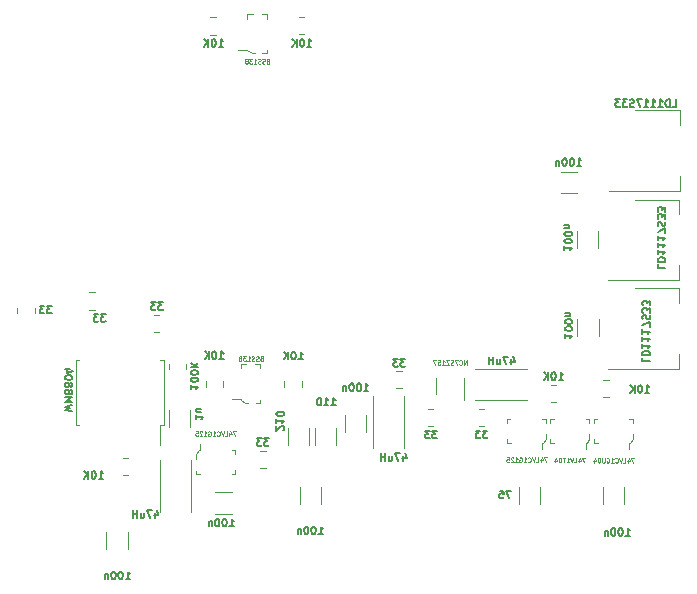
<source format=gbr>
%TF.GenerationSoftware,KiCad,Pcbnew,(5.1.7)-1*%
%TF.CreationDate,2021-08-01T21:01:40-07:00*%
%TF.ProjectId,I2SHat,49325348-6174-42e6-9b69-6361645f7063,rev?*%
%TF.SameCoordinates,Original*%
%TF.FileFunction,Legend,Bot*%
%TF.FilePolarity,Positive*%
%FSLAX46Y46*%
G04 Gerber Fmt 4.6, Leading zero omitted, Abs format (unit mm)*
G04 Created by KiCad (PCBNEW (5.1.7)-1) date 2021-08-01 21:01:40*
%MOMM*%
%LPD*%
G01*
G04 APERTURE LIST*
%ADD10C,0.127000*%
%ADD11C,0.076200*%
%ADD12C,0.100000*%
%ADD13C,0.120000*%
G04 APERTURE END LIST*
D10*
X76239309Y-88713128D02*
X76239309Y-89136461D01*
X76390500Y-88471223D02*
X76541690Y-88924795D01*
X76148595Y-88924795D01*
X75967166Y-88501461D02*
X75543833Y-88501461D01*
X75815976Y-89136461D01*
X75029785Y-88713128D02*
X75029785Y-89136461D01*
X75301928Y-88713128D02*
X75301928Y-89045747D01*
X75271690Y-89106223D01*
X75211214Y-89136461D01*
X75120500Y-89136461D01*
X75060023Y-89106223D01*
X75029785Y-89075985D01*
X74727404Y-89136461D02*
X74727404Y-88501461D01*
X74727404Y-88803842D02*
X74364547Y-88803842D01*
X74364547Y-89136461D02*
X74364547Y-88501461D01*
D11*
X85792128Y-50493385D02*
X85737700Y-50511528D01*
X85719557Y-50529671D01*
X85701414Y-50565957D01*
X85701414Y-50620385D01*
X85719557Y-50656671D01*
X85737700Y-50674814D01*
X85773985Y-50692957D01*
X85919128Y-50692957D01*
X85919128Y-50311957D01*
X85792128Y-50311957D01*
X85755842Y-50330100D01*
X85737700Y-50348242D01*
X85719557Y-50384528D01*
X85719557Y-50420814D01*
X85737700Y-50457100D01*
X85755842Y-50475242D01*
X85792128Y-50493385D01*
X85919128Y-50493385D01*
X85556271Y-50674814D02*
X85501842Y-50692957D01*
X85411128Y-50692957D01*
X85374842Y-50674814D01*
X85356700Y-50656671D01*
X85338557Y-50620385D01*
X85338557Y-50584100D01*
X85356700Y-50547814D01*
X85374842Y-50529671D01*
X85411128Y-50511528D01*
X85483700Y-50493385D01*
X85519985Y-50475242D01*
X85538128Y-50457100D01*
X85556271Y-50420814D01*
X85556271Y-50384528D01*
X85538128Y-50348242D01*
X85519985Y-50330100D01*
X85483700Y-50311957D01*
X85392985Y-50311957D01*
X85338557Y-50330100D01*
X85193414Y-50674814D02*
X85138985Y-50692957D01*
X85048271Y-50692957D01*
X85011985Y-50674814D01*
X84993842Y-50656671D01*
X84975700Y-50620385D01*
X84975700Y-50584100D01*
X84993842Y-50547814D01*
X85011985Y-50529671D01*
X85048271Y-50511528D01*
X85120842Y-50493385D01*
X85157128Y-50475242D01*
X85175271Y-50457100D01*
X85193414Y-50420814D01*
X85193414Y-50384528D01*
X85175271Y-50348242D01*
X85157128Y-50330100D01*
X85120842Y-50311957D01*
X85030128Y-50311957D01*
X84975700Y-50330100D01*
X84612842Y-50692957D02*
X84830557Y-50692957D01*
X84721700Y-50692957D02*
X84721700Y-50311957D01*
X84757985Y-50366385D01*
X84794271Y-50402671D01*
X84830557Y-50420814D01*
X84485842Y-50311957D02*
X84249985Y-50311957D01*
X84376985Y-50457100D01*
X84322557Y-50457100D01*
X84286271Y-50475242D01*
X84268128Y-50493385D01*
X84249985Y-50529671D01*
X84249985Y-50620385D01*
X84268128Y-50656671D01*
X84286271Y-50674814D01*
X84322557Y-50692957D01*
X84431414Y-50692957D01*
X84467700Y-50674814D01*
X84485842Y-50656671D01*
X84032271Y-50475242D02*
X84068557Y-50457100D01*
X84086700Y-50438957D01*
X84104842Y-50402671D01*
X84104842Y-50384528D01*
X84086700Y-50348242D01*
X84068557Y-50330100D01*
X84032271Y-50311957D01*
X83959700Y-50311957D01*
X83923414Y-50330100D01*
X83905271Y-50348242D01*
X83887128Y-50384528D01*
X83887128Y-50402671D01*
X83905271Y-50438957D01*
X83923414Y-50457100D01*
X83959700Y-50475242D01*
X84032271Y-50475242D01*
X84068557Y-50493385D01*
X84086700Y-50511528D01*
X84104842Y-50547814D01*
X84104842Y-50620385D01*
X84086700Y-50656671D01*
X84068557Y-50674814D01*
X84032271Y-50692957D01*
X83959700Y-50692957D01*
X83923414Y-50674814D01*
X83905271Y-50656671D01*
X83887128Y-50620385D01*
X83887128Y-50547814D01*
X83905271Y-50511528D01*
X83923414Y-50493385D01*
X83959700Y-50475242D01*
D10*
X111962595Y-59342261D02*
X112325452Y-59342261D01*
X112144023Y-59342261D02*
X112144023Y-58707261D01*
X112204500Y-58797976D01*
X112264976Y-58858452D01*
X112325452Y-58888690D01*
X111569500Y-58707261D02*
X111509023Y-58707261D01*
X111448547Y-58737500D01*
X111418309Y-58767738D01*
X111388071Y-58828214D01*
X111357833Y-58949166D01*
X111357833Y-59100357D01*
X111388071Y-59221309D01*
X111418309Y-59281785D01*
X111448547Y-59312023D01*
X111509023Y-59342261D01*
X111569500Y-59342261D01*
X111629976Y-59312023D01*
X111660214Y-59281785D01*
X111690452Y-59221309D01*
X111720690Y-59100357D01*
X111720690Y-58949166D01*
X111690452Y-58828214D01*
X111660214Y-58767738D01*
X111629976Y-58737500D01*
X111569500Y-58707261D01*
X110964738Y-58707261D02*
X110904261Y-58707261D01*
X110843785Y-58737500D01*
X110813547Y-58767738D01*
X110783309Y-58828214D01*
X110753071Y-58949166D01*
X110753071Y-59100357D01*
X110783309Y-59221309D01*
X110813547Y-59281785D01*
X110843785Y-59312023D01*
X110904261Y-59342261D01*
X110964738Y-59342261D01*
X111025214Y-59312023D01*
X111055452Y-59281785D01*
X111085690Y-59221309D01*
X111115928Y-59100357D01*
X111115928Y-58949166D01*
X111085690Y-58828214D01*
X111055452Y-58767738D01*
X111025214Y-58737500D01*
X110964738Y-58707261D01*
X110480928Y-58918928D02*
X110480928Y-59342261D01*
X110480928Y-58979404D02*
X110450690Y-58949166D01*
X110390214Y-58918928D01*
X110299500Y-58918928D01*
X110239023Y-58949166D01*
X110208785Y-59009642D01*
X110208785Y-59342261D01*
D11*
X116838185Y-84093957D02*
X116584185Y-84093957D01*
X116747471Y-84474957D01*
X116275757Y-84220957D02*
X116275757Y-84474957D01*
X116366471Y-84075814D02*
X116457185Y-84347957D01*
X116221328Y-84347957D01*
X115894757Y-84474957D02*
X116076185Y-84474957D01*
X116076185Y-84093957D01*
X115822185Y-84093957D02*
X115695185Y-84474957D01*
X115568185Y-84093957D01*
X115223471Y-84438671D02*
X115241614Y-84456814D01*
X115296042Y-84474957D01*
X115332328Y-84474957D01*
X115386757Y-84456814D01*
X115423042Y-84420528D01*
X115441185Y-84384242D01*
X115459328Y-84311671D01*
X115459328Y-84257242D01*
X115441185Y-84184671D01*
X115423042Y-84148385D01*
X115386757Y-84112100D01*
X115332328Y-84093957D01*
X115296042Y-84093957D01*
X115241614Y-84112100D01*
X115223471Y-84130242D01*
X114860614Y-84474957D02*
X115078328Y-84474957D01*
X114969471Y-84474957D02*
X114969471Y-84093957D01*
X115005757Y-84148385D01*
X115042042Y-84184671D01*
X115078328Y-84202814D01*
X114497757Y-84112100D02*
X114534042Y-84093957D01*
X114588471Y-84093957D01*
X114642900Y-84112100D01*
X114679185Y-84148385D01*
X114697328Y-84184671D01*
X114715471Y-84257242D01*
X114715471Y-84311671D01*
X114697328Y-84384242D01*
X114679185Y-84420528D01*
X114642900Y-84456814D01*
X114588471Y-84474957D01*
X114552185Y-84474957D01*
X114497757Y-84456814D01*
X114479614Y-84438671D01*
X114479614Y-84311671D01*
X114552185Y-84311671D01*
X114316328Y-84093957D02*
X114316328Y-84402385D01*
X114298185Y-84438671D01*
X114280042Y-84456814D01*
X114243757Y-84474957D01*
X114171185Y-84474957D01*
X114134900Y-84456814D01*
X114116757Y-84438671D01*
X114098614Y-84402385D01*
X114098614Y-84093957D01*
X113844614Y-84093957D02*
X113808328Y-84093957D01*
X113772042Y-84112100D01*
X113753900Y-84130242D01*
X113735757Y-84166528D01*
X113717614Y-84239100D01*
X113717614Y-84329814D01*
X113735757Y-84402385D01*
X113753900Y-84438671D01*
X113772042Y-84456814D01*
X113808328Y-84474957D01*
X113844614Y-84474957D01*
X113880900Y-84456814D01*
X113899042Y-84438671D01*
X113917185Y-84402385D01*
X113935328Y-84329814D01*
X113935328Y-84239100D01*
X113917185Y-84166528D01*
X113899042Y-84130242D01*
X113880900Y-84112100D01*
X113844614Y-84093957D01*
X113391042Y-84220957D02*
X113391042Y-84474957D01*
X113481757Y-84075814D02*
X113572471Y-84347957D01*
X113336614Y-84347957D01*
X112694357Y-84068557D02*
X112440357Y-84068557D01*
X112603642Y-84449557D01*
X112131928Y-84195557D02*
X112131928Y-84449557D01*
X112222642Y-84050414D02*
X112313357Y-84322557D01*
X112077500Y-84322557D01*
X111750928Y-84449557D02*
X111932357Y-84449557D01*
X111932357Y-84068557D01*
X111678357Y-84068557D02*
X111551357Y-84449557D01*
X111424357Y-84068557D01*
X111097785Y-84449557D02*
X111315500Y-84449557D01*
X111206642Y-84449557D02*
X111206642Y-84068557D01*
X111242928Y-84122985D01*
X111279214Y-84159271D01*
X111315500Y-84177414D01*
X110988928Y-84068557D02*
X110771214Y-84068557D01*
X110880071Y-84449557D02*
X110880071Y-84068557D01*
X110571642Y-84068557D02*
X110535357Y-84068557D01*
X110499071Y-84086700D01*
X110480928Y-84104842D01*
X110462785Y-84141128D01*
X110444642Y-84213700D01*
X110444642Y-84304414D01*
X110462785Y-84376985D01*
X110480928Y-84413271D01*
X110499071Y-84431414D01*
X110535357Y-84449557D01*
X110571642Y-84449557D01*
X110607928Y-84431414D01*
X110626071Y-84413271D01*
X110644214Y-84376985D01*
X110662357Y-84304414D01*
X110662357Y-84213700D01*
X110644214Y-84141128D01*
X110626071Y-84104842D01*
X110607928Y-84086700D01*
X110571642Y-84068557D01*
X110118071Y-84195557D02*
X110118071Y-84449557D01*
X110208785Y-84050414D02*
X110299500Y-84322557D01*
X110063642Y-84322557D01*
X109454042Y-84043157D02*
X109200042Y-84043157D01*
X109363328Y-84424157D01*
X108891614Y-84170157D02*
X108891614Y-84424157D01*
X108982328Y-84025014D02*
X109073042Y-84297157D01*
X108837185Y-84297157D01*
X108510614Y-84424157D02*
X108692042Y-84424157D01*
X108692042Y-84043157D01*
X108438042Y-84043157D02*
X108311042Y-84424157D01*
X108184042Y-84043157D01*
X107839328Y-84387871D02*
X107857471Y-84406014D01*
X107911900Y-84424157D01*
X107948185Y-84424157D01*
X108002614Y-84406014D01*
X108038900Y-84369728D01*
X108057042Y-84333442D01*
X108075185Y-84260871D01*
X108075185Y-84206442D01*
X108057042Y-84133871D01*
X108038900Y-84097585D01*
X108002614Y-84061300D01*
X107948185Y-84043157D01*
X107911900Y-84043157D01*
X107857471Y-84061300D01*
X107839328Y-84079442D01*
X107476471Y-84424157D02*
X107694185Y-84424157D01*
X107585328Y-84424157D02*
X107585328Y-84043157D01*
X107621614Y-84097585D01*
X107657900Y-84133871D01*
X107694185Y-84152014D01*
X107113614Y-84061300D02*
X107149900Y-84043157D01*
X107204328Y-84043157D01*
X107258757Y-84061300D01*
X107295042Y-84097585D01*
X107313185Y-84133871D01*
X107331328Y-84206442D01*
X107331328Y-84260871D01*
X107313185Y-84333442D01*
X107295042Y-84369728D01*
X107258757Y-84406014D01*
X107204328Y-84424157D01*
X107168042Y-84424157D01*
X107113614Y-84406014D01*
X107095471Y-84387871D01*
X107095471Y-84260871D01*
X107168042Y-84260871D01*
X106732614Y-84424157D02*
X106950328Y-84424157D01*
X106841471Y-84424157D02*
X106841471Y-84043157D01*
X106877757Y-84097585D01*
X106914042Y-84133871D01*
X106950328Y-84152014D01*
X106587471Y-84079442D02*
X106569328Y-84061300D01*
X106533042Y-84043157D01*
X106442328Y-84043157D01*
X106406042Y-84061300D01*
X106387900Y-84079442D01*
X106369757Y-84115728D01*
X106369757Y-84152014D01*
X106387900Y-84206442D01*
X106605614Y-84424157D01*
X106369757Y-84424157D01*
X106025042Y-84043157D02*
X106206471Y-84043157D01*
X106224614Y-84224585D01*
X106206471Y-84206442D01*
X106170185Y-84188300D01*
X106079471Y-84188300D01*
X106043185Y-84206442D01*
X106025042Y-84224585D01*
X106006900Y-84260871D01*
X106006900Y-84351585D01*
X106025042Y-84387871D01*
X106043185Y-84406014D01*
X106079471Y-84424157D01*
X106170185Y-84424157D01*
X106206471Y-84406014D01*
X106224614Y-84387871D01*
D10*
X116077395Y-90660461D02*
X116440252Y-90660461D01*
X116258823Y-90660461D02*
X116258823Y-90025461D01*
X116319300Y-90116176D01*
X116379776Y-90176652D01*
X116440252Y-90206890D01*
X115684300Y-90025461D02*
X115623823Y-90025461D01*
X115563347Y-90055700D01*
X115533109Y-90085938D01*
X115502871Y-90146414D01*
X115472633Y-90267366D01*
X115472633Y-90418557D01*
X115502871Y-90539509D01*
X115533109Y-90599985D01*
X115563347Y-90630223D01*
X115623823Y-90660461D01*
X115684300Y-90660461D01*
X115744776Y-90630223D01*
X115775014Y-90599985D01*
X115805252Y-90539509D01*
X115835490Y-90418557D01*
X115835490Y-90267366D01*
X115805252Y-90146414D01*
X115775014Y-90085938D01*
X115744776Y-90055700D01*
X115684300Y-90025461D01*
X115079538Y-90025461D02*
X115019061Y-90025461D01*
X114958585Y-90055700D01*
X114928347Y-90085938D01*
X114898109Y-90146414D01*
X114867871Y-90267366D01*
X114867871Y-90418557D01*
X114898109Y-90539509D01*
X114928347Y-90599985D01*
X114958585Y-90630223D01*
X115019061Y-90660461D01*
X115079538Y-90660461D01*
X115140014Y-90630223D01*
X115170252Y-90599985D01*
X115200490Y-90539509D01*
X115230728Y-90418557D01*
X115230728Y-90267366D01*
X115200490Y-90146414D01*
X115170252Y-90085938D01*
X115140014Y-90055700D01*
X115079538Y-90025461D01*
X114595728Y-90237128D02*
X114595728Y-90660461D01*
X114595728Y-90297604D02*
X114565490Y-90267366D01*
X114505014Y-90237128D01*
X114414300Y-90237128D01*
X114353823Y-90267366D01*
X114323585Y-90327842D01*
X114323585Y-90660461D01*
X106406647Y-86850461D02*
X105983314Y-86850461D01*
X106255457Y-87485461D01*
X105439028Y-86850461D02*
X105741409Y-86850461D01*
X105771647Y-87152842D01*
X105741409Y-87122604D01*
X105680933Y-87092366D01*
X105529742Y-87092366D01*
X105469266Y-87122604D01*
X105439028Y-87152842D01*
X105408790Y-87213319D01*
X105408790Y-87364509D01*
X105439028Y-87424985D01*
X105469266Y-87455223D01*
X105529742Y-87485461D01*
X105680933Y-87485461D01*
X105741409Y-87455223D01*
X105771647Y-87424985D01*
X117735652Y-78570061D02*
X118098509Y-78570061D01*
X117917080Y-78570061D02*
X117917080Y-77935061D01*
X117977557Y-78025776D01*
X118038033Y-78086252D01*
X118098509Y-78116490D01*
X117342557Y-77935061D02*
X117282080Y-77935061D01*
X117221604Y-77965300D01*
X117191366Y-77995538D01*
X117161128Y-78056014D01*
X117130890Y-78176966D01*
X117130890Y-78328157D01*
X117161128Y-78449109D01*
X117191366Y-78509585D01*
X117221604Y-78539823D01*
X117282080Y-78570061D01*
X117342557Y-78570061D01*
X117403033Y-78539823D01*
X117433271Y-78509585D01*
X117463509Y-78449109D01*
X117493747Y-78328157D01*
X117493747Y-78176966D01*
X117463509Y-78056014D01*
X117433271Y-77995538D01*
X117403033Y-77965300D01*
X117342557Y-77935061D01*
X116858747Y-78570061D02*
X116858747Y-77935061D01*
X116495890Y-78570061D02*
X116768033Y-78207204D01*
X116495890Y-77935061D02*
X116858747Y-78297919D01*
X110420452Y-77477861D02*
X110783309Y-77477861D01*
X110601880Y-77477861D02*
X110601880Y-76842861D01*
X110662357Y-76933576D01*
X110722833Y-76994052D01*
X110783309Y-77024290D01*
X110027357Y-76842861D02*
X109966880Y-76842861D01*
X109906404Y-76873100D01*
X109876166Y-76903338D01*
X109845928Y-76963814D01*
X109815690Y-77084766D01*
X109815690Y-77235957D01*
X109845928Y-77356909D01*
X109876166Y-77417385D01*
X109906404Y-77447623D01*
X109966880Y-77477861D01*
X110027357Y-77477861D01*
X110087833Y-77447623D01*
X110118071Y-77417385D01*
X110148309Y-77356909D01*
X110178547Y-77235957D01*
X110178547Y-77084766D01*
X110148309Y-76963814D01*
X110118071Y-76903338D01*
X110087833Y-76873100D01*
X110027357Y-76842861D01*
X109543547Y-77477861D02*
X109543547Y-76842861D01*
X109180690Y-77477861D02*
X109452833Y-77115004D01*
X109180690Y-76842861D02*
X109543547Y-77205719D01*
X104400047Y-81770461D02*
X104006952Y-81770461D01*
X104218619Y-82012366D01*
X104127904Y-82012366D01*
X104067428Y-82042604D01*
X104037190Y-82072842D01*
X104006952Y-82133319D01*
X104006952Y-82284509D01*
X104037190Y-82344985D01*
X104067428Y-82375223D01*
X104127904Y-82405461D01*
X104309333Y-82405461D01*
X104369809Y-82375223D01*
X104400047Y-82344985D01*
X103795285Y-81770461D02*
X103402190Y-81770461D01*
X103613857Y-82012366D01*
X103523142Y-82012366D01*
X103462666Y-82042604D01*
X103432428Y-82072842D01*
X103402190Y-82133319D01*
X103402190Y-82284509D01*
X103432428Y-82344985D01*
X103462666Y-82375223D01*
X103523142Y-82405461D01*
X103704571Y-82405461D01*
X103765047Y-82375223D01*
X103795285Y-82344985D01*
X106389109Y-75733728D02*
X106389109Y-76157061D01*
X106540300Y-75491823D02*
X106691490Y-75945395D01*
X106298395Y-75945395D01*
X106116966Y-75522061D02*
X105693633Y-75522061D01*
X105965776Y-76157061D01*
X105179585Y-75733728D02*
X105179585Y-76157061D01*
X105451728Y-75733728D02*
X105451728Y-76066347D01*
X105421490Y-76126823D01*
X105361014Y-76157061D01*
X105270300Y-76157061D01*
X105209823Y-76126823D01*
X105179585Y-76096585D01*
X104877204Y-76157061D02*
X104877204Y-75522061D01*
X104877204Y-75824442D02*
X104514347Y-75824442D01*
X104514347Y-76157061D02*
X104514347Y-75522061D01*
D11*
X102632328Y-76194557D02*
X102632328Y-75813557D01*
X102414614Y-76194557D01*
X102414614Y-75813557D01*
X102015471Y-76158271D02*
X102033614Y-76176414D01*
X102088042Y-76194557D01*
X102124328Y-76194557D01*
X102178757Y-76176414D01*
X102215042Y-76140128D01*
X102233185Y-76103842D01*
X102251328Y-76031271D01*
X102251328Y-75976842D01*
X102233185Y-75904271D01*
X102215042Y-75867985D01*
X102178757Y-75831700D01*
X102124328Y-75813557D01*
X102088042Y-75813557D01*
X102033614Y-75831700D01*
X102015471Y-75849842D01*
X101888471Y-75813557D02*
X101634471Y-75813557D01*
X101797757Y-76194557D01*
X101507471Y-76176414D02*
X101453042Y-76194557D01*
X101362328Y-76194557D01*
X101326042Y-76176414D01*
X101307900Y-76158271D01*
X101289757Y-76121985D01*
X101289757Y-76085700D01*
X101307900Y-76049414D01*
X101326042Y-76031271D01*
X101362328Y-76013128D01*
X101434900Y-75994985D01*
X101471185Y-75976842D01*
X101489328Y-75958700D01*
X101507471Y-75922414D01*
X101507471Y-75886128D01*
X101489328Y-75849842D01*
X101471185Y-75831700D01*
X101434900Y-75813557D01*
X101344185Y-75813557D01*
X101289757Y-75831700D01*
X101162757Y-75813557D02*
X100908757Y-75813557D01*
X101162757Y-76194557D01*
X100908757Y-76194557D01*
X100564042Y-76194557D02*
X100781757Y-76194557D01*
X100672900Y-76194557D02*
X100672900Y-75813557D01*
X100709185Y-75867985D01*
X100745471Y-75904271D01*
X100781757Y-75922414D01*
X100219328Y-75813557D02*
X100400757Y-75813557D01*
X100418900Y-75994985D01*
X100400757Y-75976842D01*
X100364471Y-75958700D01*
X100273757Y-75958700D01*
X100237471Y-75976842D01*
X100219328Y-75994985D01*
X100201185Y-76031271D01*
X100201185Y-76121985D01*
X100219328Y-76158271D01*
X100237471Y-76176414D01*
X100273757Y-76194557D01*
X100364471Y-76194557D01*
X100400757Y-76176414D01*
X100418900Y-76158271D01*
X100074185Y-75813557D02*
X99820185Y-75813557D01*
X99983471Y-76194557D01*
D10*
X100132847Y-81795861D02*
X99739752Y-81795861D01*
X99951419Y-82037766D01*
X99860704Y-82037766D01*
X99800228Y-82068004D01*
X99769990Y-82098242D01*
X99739752Y-82158719D01*
X99739752Y-82309909D01*
X99769990Y-82370385D01*
X99800228Y-82400623D01*
X99860704Y-82430861D01*
X100042133Y-82430861D01*
X100102609Y-82400623D01*
X100132847Y-82370385D01*
X99528085Y-81795861D02*
X99134990Y-81795861D01*
X99346657Y-82037766D01*
X99255942Y-82037766D01*
X99195466Y-82068004D01*
X99165228Y-82098242D01*
X99134990Y-82158719D01*
X99134990Y-82309909D01*
X99165228Y-82370385D01*
X99195466Y-82400623D01*
X99255942Y-82430861D01*
X99437371Y-82430861D01*
X99497847Y-82400623D01*
X99528085Y-82370385D01*
X97270509Y-83887128D02*
X97270509Y-84310461D01*
X97421700Y-83645223D02*
X97572890Y-84098795D01*
X97179795Y-84098795D01*
X96998366Y-83675461D02*
X96575033Y-83675461D01*
X96847176Y-84310461D01*
X96060985Y-83887128D02*
X96060985Y-84310461D01*
X96333128Y-83887128D02*
X96333128Y-84219747D01*
X96302890Y-84280223D01*
X96242414Y-84310461D01*
X96151700Y-84310461D01*
X96091223Y-84280223D01*
X96060985Y-84249985D01*
X95758604Y-84310461D02*
X95758604Y-83675461D01*
X95758604Y-83977842D02*
X95395747Y-83977842D01*
X95395747Y-84310461D02*
X95395747Y-83675461D01*
X97415047Y-75725261D02*
X97021952Y-75725261D01*
X97233619Y-75967166D01*
X97142904Y-75967166D01*
X97082428Y-75997404D01*
X97052190Y-76027642D01*
X97021952Y-76088119D01*
X97021952Y-76239309D01*
X97052190Y-76299785D01*
X97082428Y-76330023D01*
X97142904Y-76360261D01*
X97324333Y-76360261D01*
X97384809Y-76330023D01*
X97415047Y-76299785D01*
X96810285Y-75725261D02*
X96417190Y-75725261D01*
X96628857Y-75967166D01*
X96538142Y-75967166D01*
X96477666Y-75997404D01*
X96447428Y-76027642D01*
X96417190Y-76088119D01*
X96417190Y-76239309D01*
X96447428Y-76299785D01*
X96477666Y-76330023D01*
X96538142Y-76360261D01*
X96719571Y-76360261D01*
X96780047Y-76330023D01*
X96810285Y-76299785D01*
D11*
X83114242Y-81833357D02*
X82860242Y-81833357D01*
X83023528Y-82214357D01*
X82551814Y-81960357D02*
X82551814Y-82214357D01*
X82642528Y-81815214D02*
X82733242Y-82087357D01*
X82497385Y-82087357D01*
X82170814Y-82214357D02*
X82352242Y-82214357D01*
X82352242Y-81833357D01*
X82098242Y-81833357D02*
X81971242Y-82214357D01*
X81844242Y-81833357D01*
X81499528Y-82178071D02*
X81517671Y-82196214D01*
X81572100Y-82214357D01*
X81608385Y-82214357D01*
X81662814Y-82196214D01*
X81699100Y-82159928D01*
X81717242Y-82123642D01*
X81735385Y-82051071D01*
X81735385Y-81996642D01*
X81717242Y-81924071D01*
X81699100Y-81887785D01*
X81662814Y-81851500D01*
X81608385Y-81833357D01*
X81572100Y-81833357D01*
X81517671Y-81851500D01*
X81499528Y-81869642D01*
X81136671Y-82214357D02*
X81354385Y-82214357D01*
X81245528Y-82214357D02*
X81245528Y-81833357D01*
X81281814Y-81887785D01*
X81318100Y-81924071D01*
X81354385Y-81942214D01*
X80773814Y-81851500D02*
X80810100Y-81833357D01*
X80864528Y-81833357D01*
X80918957Y-81851500D01*
X80955242Y-81887785D01*
X80973385Y-81924071D01*
X80991528Y-81996642D01*
X80991528Y-82051071D01*
X80973385Y-82123642D01*
X80955242Y-82159928D01*
X80918957Y-82196214D01*
X80864528Y-82214357D01*
X80828242Y-82214357D01*
X80773814Y-82196214D01*
X80755671Y-82178071D01*
X80755671Y-82051071D01*
X80828242Y-82051071D01*
X80392814Y-82214357D02*
X80610528Y-82214357D01*
X80501671Y-82214357D02*
X80501671Y-81833357D01*
X80537957Y-81887785D01*
X80574242Y-81924071D01*
X80610528Y-81942214D01*
X80247671Y-81869642D02*
X80229528Y-81851500D01*
X80193242Y-81833357D01*
X80102528Y-81833357D01*
X80066242Y-81851500D01*
X80048100Y-81869642D01*
X80029957Y-81905928D01*
X80029957Y-81942214D01*
X80048100Y-81996642D01*
X80265814Y-82214357D01*
X80029957Y-82214357D01*
X79685242Y-81833357D02*
X79866671Y-81833357D01*
X79884814Y-82014785D01*
X79866671Y-81996642D01*
X79830385Y-81978500D01*
X79739671Y-81978500D01*
X79703385Y-81996642D01*
X79685242Y-82014785D01*
X79667100Y-82051071D01*
X79667100Y-82141785D01*
X79685242Y-82178071D01*
X79703385Y-82196214D01*
X79739671Y-82214357D01*
X79830385Y-82214357D01*
X79866671Y-82196214D01*
X79884814Y-82178071D01*
D10*
X73760995Y-94343461D02*
X74123852Y-94343461D01*
X73942423Y-94343461D02*
X73942423Y-93708461D01*
X74002900Y-93799176D01*
X74063376Y-93859652D01*
X74123852Y-93889890D01*
X73367900Y-93708461D02*
X73307423Y-93708461D01*
X73246947Y-93738700D01*
X73216709Y-93768938D01*
X73186471Y-93829414D01*
X73156233Y-93950366D01*
X73156233Y-94101557D01*
X73186471Y-94222509D01*
X73216709Y-94282985D01*
X73246947Y-94313223D01*
X73307423Y-94343461D01*
X73367900Y-94343461D01*
X73428376Y-94313223D01*
X73458614Y-94282985D01*
X73488852Y-94222509D01*
X73519090Y-94101557D01*
X73519090Y-93950366D01*
X73488852Y-93829414D01*
X73458614Y-93768938D01*
X73428376Y-93738700D01*
X73367900Y-93708461D01*
X72763138Y-93708461D02*
X72702661Y-93708461D01*
X72642185Y-93738700D01*
X72611947Y-93768938D01*
X72581709Y-93829414D01*
X72551471Y-93950366D01*
X72551471Y-94101557D01*
X72581709Y-94222509D01*
X72611947Y-94282985D01*
X72642185Y-94313223D01*
X72702661Y-94343461D01*
X72763138Y-94343461D01*
X72823614Y-94313223D01*
X72853852Y-94282985D01*
X72884090Y-94222509D01*
X72914328Y-94101557D01*
X72914328Y-93950366D01*
X72884090Y-93829414D01*
X72853852Y-93768938D01*
X72823614Y-93738700D01*
X72763138Y-93708461D01*
X72279328Y-93920128D02*
X72279328Y-94343461D01*
X72279328Y-93980604D02*
X72249090Y-93950366D01*
X72188614Y-93920128D01*
X72097900Y-93920128D01*
X72037423Y-93950366D01*
X72007185Y-94010842D01*
X72007185Y-94343461D01*
X71482252Y-85834461D02*
X71845109Y-85834461D01*
X71663680Y-85834461D02*
X71663680Y-85199461D01*
X71724157Y-85290176D01*
X71784633Y-85350652D01*
X71845109Y-85380890D01*
X71089157Y-85199461D02*
X71028680Y-85199461D01*
X70968204Y-85229700D01*
X70937966Y-85259938D01*
X70907728Y-85320414D01*
X70877490Y-85441366D01*
X70877490Y-85592557D01*
X70907728Y-85713509D01*
X70937966Y-85773985D01*
X70968204Y-85804223D01*
X71028680Y-85834461D01*
X71089157Y-85834461D01*
X71149633Y-85804223D01*
X71179871Y-85773985D01*
X71210109Y-85713509D01*
X71240347Y-85592557D01*
X71240347Y-85441366D01*
X71210109Y-85320414D01*
X71179871Y-85259938D01*
X71149633Y-85229700D01*
X71089157Y-85199461D01*
X70605347Y-85834461D02*
X70605347Y-85199461D01*
X70242490Y-85834461D02*
X70514633Y-85471604D01*
X70242490Y-85199461D02*
X70605347Y-85562319D01*
X67493847Y-71204061D02*
X67100752Y-71204061D01*
X67312419Y-71445966D01*
X67221704Y-71445966D01*
X67161228Y-71476204D01*
X67130990Y-71506442D01*
X67100752Y-71566919D01*
X67100752Y-71718109D01*
X67130990Y-71778585D01*
X67161228Y-71808823D01*
X67221704Y-71839061D01*
X67403133Y-71839061D01*
X67463609Y-71808823D01*
X67493847Y-71778585D01*
X66889085Y-71204061D02*
X66495990Y-71204061D01*
X66707657Y-71445966D01*
X66616942Y-71445966D01*
X66556466Y-71476204D01*
X66526228Y-71506442D01*
X66495990Y-71566919D01*
X66495990Y-71718109D01*
X66526228Y-71778585D01*
X66556466Y-71808823D01*
X66616942Y-71839061D01*
X66798371Y-71839061D01*
X66858847Y-71808823D01*
X66889085Y-71778585D01*
X72065847Y-71915261D02*
X71672752Y-71915261D01*
X71884419Y-72157166D01*
X71793704Y-72157166D01*
X71733228Y-72187404D01*
X71702990Y-72217642D01*
X71672752Y-72278119D01*
X71672752Y-72429309D01*
X71702990Y-72489785D01*
X71733228Y-72520023D01*
X71793704Y-72550261D01*
X71975133Y-72550261D01*
X72035609Y-72520023D01*
X72065847Y-72489785D01*
X71461085Y-71915261D02*
X71067990Y-71915261D01*
X71279657Y-72157166D01*
X71188942Y-72157166D01*
X71128466Y-72187404D01*
X71098228Y-72217642D01*
X71067990Y-72278119D01*
X71067990Y-72429309D01*
X71098228Y-72489785D01*
X71128466Y-72520023D01*
X71188942Y-72550261D01*
X71370371Y-72550261D01*
X71430847Y-72520023D01*
X71461085Y-72489785D01*
X76917247Y-70924661D02*
X76524152Y-70924661D01*
X76735819Y-71166566D01*
X76645104Y-71166566D01*
X76584628Y-71196804D01*
X76554390Y-71227042D01*
X76524152Y-71287519D01*
X76524152Y-71438709D01*
X76554390Y-71499185D01*
X76584628Y-71529423D01*
X76645104Y-71559661D01*
X76826533Y-71559661D01*
X76887009Y-71529423D01*
X76917247Y-71499185D01*
X76312485Y-70924661D02*
X75919390Y-70924661D01*
X76131057Y-71166566D01*
X76040342Y-71166566D01*
X75979866Y-71196804D01*
X75949628Y-71227042D01*
X75919390Y-71287519D01*
X75919390Y-71438709D01*
X75949628Y-71499185D01*
X75979866Y-71529423D01*
X76040342Y-71559661D01*
X76221771Y-71559661D01*
X76282247Y-71529423D01*
X76312485Y-71499185D01*
X82549395Y-89873061D02*
X82912252Y-89873061D01*
X82730823Y-89873061D02*
X82730823Y-89238061D01*
X82791300Y-89328776D01*
X82851776Y-89389252D01*
X82912252Y-89419490D01*
X82156300Y-89238061D02*
X82095823Y-89238061D01*
X82035347Y-89268300D01*
X82005109Y-89298538D01*
X81974871Y-89359014D01*
X81944633Y-89479966D01*
X81944633Y-89631157D01*
X81974871Y-89752109D01*
X82005109Y-89812585D01*
X82035347Y-89842823D01*
X82095823Y-89873061D01*
X82156300Y-89873061D01*
X82216776Y-89842823D01*
X82247014Y-89812585D01*
X82277252Y-89752109D01*
X82307490Y-89631157D01*
X82307490Y-89479966D01*
X82277252Y-89359014D01*
X82247014Y-89298538D01*
X82216776Y-89268300D01*
X82156300Y-89238061D01*
X81551538Y-89238061D02*
X81491061Y-89238061D01*
X81430585Y-89268300D01*
X81400347Y-89298538D01*
X81370109Y-89359014D01*
X81339871Y-89479966D01*
X81339871Y-89631157D01*
X81370109Y-89752109D01*
X81400347Y-89812585D01*
X81430585Y-89842823D01*
X81491061Y-89873061D01*
X81551538Y-89873061D01*
X81612014Y-89842823D01*
X81642252Y-89812585D01*
X81672490Y-89752109D01*
X81702728Y-89631157D01*
X81702728Y-89479966D01*
X81672490Y-89359014D01*
X81642252Y-89298538D01*
X81612014Y-89268300D01*
X81551538Y-89238061D01*
X81067728Y-89449728D02*
X81067728Y-89873061D01*
X81067728Y-89510204D02*
X81037490Y-89479966D01*
X80977014Y-89449728D01*
X80886300Y-89449728D01*
X80825823Y-89479966D01*
X80795585Y-89540442D01*
X80795585Y-89873061D01*
X85883447Y-82430861D02*
X85490352Y-82430861D01*
X85702019Y-82672766D01*
X85611304Y-82672766D01*
X85550828Y-82703004D01*
X85520590Y-82733242D01*
X85490352Y-82793719D01*
X85490352Y-82944909D01*
X85520590Y-83005385D01*
X85550828Y-83035623D01*
X85611304Y-83065861D01*
X85792733Y-83065861D01*
X85853209Y-83035623D01*
X85883447Y-83005385D01*
X85278685Y-82430861D02*
X84885590Y-82430861D01*
X85097257Y-82672766D01*
X85006542Y-82672766D01*
X84946066Y-82703004D01*
X84915828Y-82733242D01*
X84885590Y-82793719D01*
X84885590Y-82944909D01*
X84915828Y-83005385D01*
X84946066Y-83035623D01*
X85006542Y-83065861D01*
X85187971Y-83065861D01*
X85248447Y-83035623D01*
X85278685Y-83005385D01*
X87104461Y-81735990D02*
X87134700Y-81705752D01*
X87164938Y-81645276D01*
X87164938Y-81494085D01*
X87134700Y-81433609D01*
X87104461Y-81403371D01*
X87043985Y-81373133D01*
X86983509Y-81373133D01*
X86892795Y-81403371D01*
X86529938Y-81766228D01*
X86529938Y-81373133D01*
X86529938Y-80768371D02*
X86529938Y-81131228D01*
X86529938Y-80949800D02*
X87164938Y-80949800D01*
X87074223Y-81010276D01*
X87013747Y-81070752D01*
X86983509Y-81131228D01*
X87164938Y-80375276D02*
X87164938Y-80314800D01*
X87134700Y-80254323D01*
X87104461Y-80224085D01*
X87043985Y-80193847D01*
X86923033Y-80163609D01*
X86771842Y-80163609D01*
X86650890Y-80193847D01*
X86590414Y-80224085D01*
X86560176Y-80254323D01*
X86529938Y-80314800D01*
X86529938Y-80375276D01*
X86560176Y-80435752D01*
X86590414Y-80465990D01*
X86650890Y-80496228D01*
X86771842Y-80526466D01*
X86923033Y-80526466D01*
X87043985Y-80496228D01*
X87104461Y-80465990D01*
X87134700Y-80435752D01*
X87164938Y-80375276D01*
X81693052Y-75699861D02*
X82055909Y-75699861D01*
X81874480Y-75699861D02*
X81874480Y-75064861D01*
X81934957Y-75155576D01*
X81995433Y-75216052D01*
X82055909Y-75246290D01*
X81299957Y-75064861D02*
X81239480Y-75064861D01*
X81179004Y-75095100D01*
X81148766Y-75125338D01*
X81118528Y-75185814D01*
X81088290Y-75306766D01*
X81088290Y-75457957D01*
X81118528Y-75578909D01*
X81148766Y-75639385D01*
X81179004Y-75669623D01*
X81239480Y-75699861D01*
X81299957Y-75699861D01*
X81360433Y-75669623D01*
X81390671Y-75639385D01*
X81420909Y-75578909D01*
X81451147Y-75457957D01*
X81451147Y-75306766D01*
X81420909Y-75185814D01*
X81390671Y-75125338D01*
X81360433Y-75095100D01*
X81299957Y-75064861D01*
X80816147Y-75699861D02*
X80816147Y-75064861D01*
X80453290Y-75699861D02*
X80725433Y-75337004D01*
X80453290Y-75064861D02*
X80816147Y-75427719D01*
D11*
X85258728Y-75664785D02*
X85204300Y-75682928D01*
X85186157Y-75701071D01*
X85168014Y-75737357D01*
X85168014Y-75791785D01*
X85186157Y-75828071D01*
X85204300Y-75846214D01*
X85240585Y-75864357D01*
X85385728Y-75864357D01*
X85385728Y-75483357D01*
X85258728Y-75483357D01*
X85222442Y-75501500D01*
X85204300Y-75519642D01*
X85186157Y-75555928D01*
X85186157Y-75592214D01*
X85204300Y-75628500D01*
X85222442Y-75646642D01*
X85258728Y-75664785D01*
X85385728Y-75664785D01*
X85022871Y-75846214D02*
X84968442Y-75864357D01*
X84877728Y-75864357D01*
X84841442Y-75846214D01*
X84823300Y-75828071D01*
X84805157Y-75791785D01*
X84805157Y-75755500D01*
X84823300Y-75719214D01*
X84841442Y-75701071D01*
X84877728Y-75682928D01*
X84950300Y-75664785D01*
X84986585Y-75646642D01*
X85004728Y-75628500D01*
X85022871Y-75592214D01*
X85022871Y-75555928D01*
X85004728Y-75519642D01*
X84986585Y-75501500D01*
X84950300Y-75483357D01*
X84859585Y-75483357D01*
X84805157Y-75501500D01*
X84660014Y-75846214D02*
X84605585Y-75864357D01*
X84514871Y-75864357D01*
X84478585Y-75846214D01*
X84460442Y-75828071D01*
X84442300Y-75791785D01*
X84442300Y-75755500D01*
X84460442Y-75719214D01*
X84478585Y-75701071D01*
X84514871Y-75682928D01*
X84587442Y-75664785D01*
X84623728Y-75646642D01*
X84641871Y-75628500D01*
X84660014Y-75592214D01*
X84660014Y-75555928D01*
X84641871Y-75519642D01*
X84623728Y-75501500D01*
X84587442Y-75483357D01*
X84496728Y-75483357D01*
X84442300Y-75501500D01*
X84079442Y-75864357D02*
X84297157Y-75864357D01*
X84188300Y-75864357D02*
X84188300Y-75483357D01*
X84224585Y-75537785D01*
X84260871Y-75574071D01*
X84297157Y-75592214D01*
X83952442Y-75483357D02*
X83716585Y-75483357D01*
X83843585Y-75628500D01*
X83789157Y-75628500D01*
X83752871Y-75646642D01*
X83734728Y-75664785D01*
X83716585Y-75701071D01*
X83716585Y-75791785D01*
X83734728Y-75828071D01*
X83752871Y-75846214D01*
X83789157Y-75864357D01*
X83898014Y-75864357D01*
X83934300Y-75846214D01*
X83952442Y-75828071D01*
X83498871Y-75646642D02*
X83535157Y-75628500D01*
X83553300Y-75610357D01*
X83571442Y-75574071D01*
X83571442Y-75555928D01*
X83553300Y-75519642D01*
X83535157Y-75501500D01*
X83498871Y-75483357D01*
X83426300Y-75483357D01*
X83390014Y-75501500D01*
X83371871Y-75519642D01*
X83353728Y-75555928D01*
X83353728Y-75574071D01*
X83371871Y-75610357D01*
X83390014Y-75628500D01*
X83426300Y-75646642D01*
X83498871Y-75646642D01*
X83535157Y-75664785D01*
X83553300Y-75682928D01*
X83571442Y-75719214D01*
X83571442Y-75791785D01*
X83553300Y-75828071D01*
X83535157Y-75846214D01*
X83498871Y-75864357D01*
X83426300Y-75864357D01*
X83390014Y-75846214D01*
X83371871Y-75828071D01*
X83353728Y-75791785D01*
X83353728Y-75719214D01*
X83371871Y-75682928D01*
X83390014Y-75664785D01*
X83426300Y-75646642D01*
D10*
X88398652Y-75750661D02*
X88761509Y-75750661D01*
X88580080Y-75750661D02*
X88580080Y-75115661D01*
X88640557Y-75206376D01*
X88701033Y-75266852D01*
X88761509Y-75297090D01*
X88005557Y-75115661D02*
X87945080Y-75115661D01*
X87884604Y-75145900D01*
X87854366Y-75176138D01*
X87824128Y-75236614D01*
X87793890Y-75357566D01*
X87793890Y-75508757D01*
X87824128Y-75629709D01*
X87854366Y-75690185D01*
X87884604Y-75720423D01*
X87945080Y-75750661D01*
X88005557Y-75750661D01*
X88066033Y-75720423D01*
X88096271Y-75690185D01*
X88126509Y-75629709D01*
X88156747Y-75508757D01*
X88156747Y-75357566D01*
X88126509Y-75236614D01*
X88096271Y-75176138D01*
X88066033Y-75145900D01*
X88005557Y-75115661D01*
X87521747Y-75750661D02*
X87521747Y-75115661D01*
X87158890Y-75750661D02*
X87431033Y-75387804D01*
X87158890Y-75115661D02*
X87521747Y-75478519D01*
X91177533Y-79636861D02*
X91540390Y-79636861D01*
X91358961Y-79636861D02*
X91358961Y-79001861D01*
X91419438Y-79092576D01*
X91479914Y-79153052D01*
X91540390Y-79183290D01*
X90572771Y-79636861D02*
X90935628Y-79636861D01*
X90754200Y-79636861D02*
X90754200Y-79001861D01*
X90814676Y-79092576D01*
X90875152Y-79153052D01*
X90935628Y-79183290D01*
X90179676Y-79001861D02*
X90119200Y-79001861D01*
X90058723Y-79032100D01*
X90028485Y-79062338D01*
X89998247Y-79122814D01*
X89968009Y-79243766D01*
X89968009Y-79394957D01*
X89998247Y-79515909D01*
X90028485Y-79576385D01*
X90058723Y-79606623D01*
X90119200Y-79636861D01*
X90179676Y-79636861D01*
X90240152Y-79606623D01*
X90270390Y-79576385D01*
X90300628Y-79515909D01*
X90330866Y-79394957D01*
X90330866Y-79243766D01*
X90300628Y-79122814D01*
X90270390Y-79062338D01*
X90240152Y-79032100D01*
X90179676Y-79001861D01*
X90093195Y-90533461D02*
X90456052Y-90533461D01*
X90274623Y-90533461D02*
X90274623Y-89898461D01*
X90335100Y-89989176D01*
X90395576Y-90049652D01*
X90456052Y-90079890D01*
X89700100Y-89898461D02*
X89639623Y-89898461D01*
X89579147Y-89928700D01*
X89548909Y-89958938D01*
X89518671Y-90019414D01*
X89488433Y-90140366D01*
X89488433Y-90291557D01*
X89518671Y-90412509D01*
X89548909Y-90472985D01*
X89579147Y-90503223D01*
X89639623Y-90533461D01*
X89700100Y-90533461D01*
X89760576Y-90503223D01*
X89790814Y-90472985D01*
X89821052Y-90412509D01*
X89851290Y-90291557D01*
X89851290Y-90140366D01*
X89821052Y-90019414D01*
X89790814Y-89958938D01*
X89760576Y-89928700D01*
X89700100Y-89898461D01*
X89095338Y-89898461D02*
X89034861Y-89898461D01*
X88974385Y-89928700D01*
X88944147Y-89958938D01*
X88913909Y-90019414D01*
X88883671Y-90140366D01*
X88883671Y-90291557D01*
X88913909Y-90412509D01*
X88944147Y-90472985D01*
X88974385Y-90503223D01*
X89034861Y-90533461D01*
X89095338Y-90533461D01*
X89155814Y-90503223D01*
X89186052Y-90472985D01*
X89216290Y-90412509D01*
X89246528Y-90291557D01*
X89246528Y-90140366D01*
X89216290Y-90019414D01*
X89186052Y-89958938D01*
X89155814Y-89928700D01*
X89095338Y-89898461D01*
X88611528Y-90110128D02*
X88611528Y-90533461D01*
X88611528Y-90170604D02*
X88581290Y-90140366D01*
X88520814Y-90110128D01*
X88430100Y-90110128D01*
X88369623Y-90140366D01*
X88339385Y-90200842D01*
X88339385Y-90533461D01*
X81642252Y-49258461D02*
X82005109Y-49258461D01*
X81823680Y-49258461D02*
X81823680Y-48623461D01*
X81884157Y-48714176D01*
X81944633Y-48774652D01*
X82005109Y-48804890D01*
X81249157Y-48623461D02*
X81188680Y-48623461D01*
X81128204Y-48653700D01*
X81097966Y-48683938D01*
X81067728Y-48744414D01*
X81037490Y-48865366D01*
X81037490Y-49016557D01*
X81067728Y-49137509D01*
X81097966Y-49197985D01*
X81128204Y-49228223D01*
X81188680Y-49258461D01*
X81249157Y-49258461D01*
X81309633Y-49228223D01*
X81339871Y-49197985D01*
X81370109Y-49137509D01*
X81400347Y-49016557D01*
X81400347Y-48865366D01*
X81370109Y-48744414D01*
X81339871Y-48683938D01*
X81309633Y-48653700D01*
X81249157Y-48623461D01*
X80765347Y-49258461D02*
X80765347Y-48623461D01*
X80402490Y-49258461D02*
X80674633Y-48895604D01*
X80402490Y-48623461D02*
X80765347Y-48986319D01*
X89122552Y-49258461D02*
X89485409Y-49258461D01*
X89303980Y-49258461D02*
X89303980Y-48623461D01*
X89364457Y-48714176D01*
X89424933Y-48774652D01*
X89485409Y-48804890D01*
X88729457Y-48623461D02*
X88668980Y-48623461D01*
X88608504Y-48653700D01*
X88578266Y-48683938D01*
X88548028Y-48744414D01*
X88517790Y-48865366D01*
X88517790Y-49016557D01*
X88548028Y-49137509D01*
X88578266Y-49197985D01*
X88608504Y-49228223D01*
X88668980Y-49258461D01*
X88729457Y-49258461D01*
X88789933Y-49228223D01*
X88820171Y-49197985D01*
X88850409Y-49137509D01*
X88880647Y-49016557D01*
X88880647Y-48865366D01*
X88850409Y-48744414D01*
X88820171Y-48683938D01*
X88789933Y-48653700D01*
X88729457Y-48623461D01*
X88245647Y-49258461D02*
X88245647Y-48623461D01*
X87882790Y-49258461D02*
X88154933Y-48895604D01*
X87882790Y-48623461D02*
X88245647Y-48986319D01*
X117517938Y-75592819D02*
X117517938Y-75895200D01*
X118152938Y-75895200D01*
X117517938Y-75381152D02*
X118152938Y-75381152D01*
X118152938Y-75229961D01*
X118122700Y-75139247D01*
X118062223Y-75078771D01*
X118001747Y-75048533D01*
X117880795Y-75018295D01*
X117790080Y-75018295D01*
X117669128Y-75048533D01*
X117608652Y-75078771D01*
X117548176Y-75139247D01*
X117517938Y-75229961D01*
X117517938Y-75381152D01*
X117517938Y-74413533D02*
X117517938Y-74776390D01*
X117517938Y-74594961D02*
X118152938Y-74594961D01*
X118062223Y-74655438D01*
X118001747Y-74715914D01*
X117971509Y-74776390D01*
X117517938Y-73808771D02*
X117517938Y-74171628D01*
X117517938Y-73990200D02*
X118152938Y-73990200D01*
X118062223Y-74050676D01*
X118001747Y-74111152D01*
X117971509Y-74171628D01*
X117517938Y-73204009D02*
X117517938Y-73566866D01*
X117517938Y-73385438D02*
X118152938Y-73385438D01*
X118062223Y-73445914D01*
X118001747Y-73506390D01*
X117971509Y-73566866D01*
X118152938Y-72992342D02*
X118152938Y-72569009D01*
X117517938Y-72841152D01*
X117548176Y-72357342D02*
X117517938Y-72266628D01*
X117517938Y-72115438D01*
X117548176Y-72054961D01*
X117578414Y-72024723D01*
X117638890Y-71994485D01*
X117699366Y-71994485D01*
X117759842Y-72024723D01*
X117790080Y-72054961D01*
X117820319Y-72115438D01*
X117850557Y-72236390D01*
X117880795Y-72296866D01*
X117911033Y-72327104D01*
X117971509Y-72357342D01*
X118031985Y-72357342D01*
X118092461Y-72327104D01*
X118122700Y-72296866D01*
X118152938Y-72236390D01*
X118152938Y-72085200D01*
X118122700Y-71994485D01*
X118152938Y-71782819D02*
X118152938Y-71389723D01*
X117911033Y-71601390D01*
X117911033Y-71510676D01*
X117880795Y-71450200D01*
X117850557Y-71419961D01*
X117790080Y-71389723D01*
X117638890Y-71389723D01*
X117578414Y-71419961D01*
X117548176Y-71450200D01*
X117517938Y-71510676D01*
X117517938Y-71692104D01*
X117548176Y-71752580D01*
X117578414Y-71782819D01*
X118152938Y-71178057D02*
X118152938Y-70784961D01*
X117911033Y-70996628D01*
X117911033Y-70905914D01*
X117880795Y-70845438D01*
X117850557Y-70815200D01*
X117790080Y-70784961D01*
X117638890Y-70784961D01*
X117578414Y-70815200D01*
X117548176Y-70845438D01*
X117517938Y-70905914D01*
X117517938Y-71087342D01*
X117548176Y-71147819D01*
X117578414Y-71178057D01*
X118813338Y-67668019D02*
X118813338Y-67970400D01*
X119448338Y-67970400D01*
X118813338Y-67456352D02*
X119448338Y-67456352D01*
X119448338Y-67305161D01*
X119418100Y-67214447D01*
X119357623Y-67153971D01*
X119297147Y-67123733D01*
X119176195Y-67093495D01*
X119085480Y-67093495D01*
X118964528Y-67123733D01*
X118904052Y-67153971D01*
X118843576Y-67214447D01*
X118813338Y-67305161D01*
X118813338Y-67456352D01*
X118813338Y-66488733D02*
X118813338Y-66851590D01*
X118813338Y-66670161D02*
X119448338Y-66670161D01*
X119357623Y-66730638D01*
X119297147Y-66791114D01*
X119266909Y-66851590D01*
X118813338Y-65883971D02*
X118813338Y-66246828D01*
X118813338Y-66065400D02*
X119448338Y-66065400D01*
X119357623Y-66125876D01*
X119297147Y-66186352D01*
X119266909Y-66246828D01*
X118813338Y-65279209D02*
X118813338Y-65642066D01*
X118813338Y-65460638D02*
X119448338Y-65460638D01*
X119357623Y-65521114D01*
X119297147Y-65581590D01*
X119266909Y-65642066D01*
X119448338Y-65067542D02*
X119448338Y-64644209D01*
X118813338Y-64916352D01*
X118843576Y-64432542D02*
X118813338Y-64341828D01*
X118813338Y-64190638D01*
X118843576Y-64130161D01*
X118873814Y-64099923D01*
X118934290Y-64069685D01*
X118994766Y-64069685D01*
X119055242Y-64099923D01*
X119085480Y-64130161D01*
X119115719Y-64190638D01*
X119145957Y-64311590D01*
X119176195Y-64372066D01*
X119206433Y-64402304D01*
X119266909Y-64432542D01*
X119327385Y-64432542D01*
X119387861Y-64402304D01*
X119418100Y-64372066D01*
X119448338Y-64311590D01*
X119448338Y-64160400D01*
X119418100Y-64069685D01*
X119448338Y-63858019D02*
X119448338Y-63464923D01*
X119206433Y-63676590D01*
X119206433Y-63585876D01*
X119176195Y-63525400D01*
X119145957Y-63495161D01*
X119085480Y-63464923D01*
X118934290Y-63464923D01*
X118873814Y-63495161D01*
X118843576Y-63525400D01*
X118813338Y-63585876D01*
X118813338Y-63767304D01*
X118843576Y-63827780D01*
X118873814Y-63858019D01*
X119448338Y-63253257D02*
X119448338Y-62860161D01*
X119206433Y-63071828D01*
X119206433Y-62981114D01*
X119176195Y-62920638D01*
X119145957Y-62890400D01*
X119085480Y-62860161D01*
X118934290Y-62860161D01*
X118873814Y-62890400D01*
X118843576Y-62920638D01*
X118813338Y-62981114D01*
X118813338Y-63162542D01*
X118843576Y-63223019D01*
X118873814Y-63253257D01*
X120042819Y-54363861D02*
X120345200Y-54363861D01*
X120345200Y-53728861D01*
X119831152Y-54363861D02*
X119831152Y-53728861D01*
X119679961Y-53728861D01*
X119589247Y-53759100D01*
X119528771Y-53819576D01*
X119498533Y-53880052D01*
X119468295Y-54001004D01*
X119468295Y-54091719D01*
X119498533Y-54212671D01*
X119528771Y-54273147D01*
X119589247Y-54333623D01*
X119679961Y-54363861D01*
X119831152Y-54363861D01*
X118863533Y-54363861D02*
X119226390Y-54363861D01*
X119044961Y-54363861D02*
X119044961Y-53728861D01*
X119105438Y-53819576D01*
X119165914Y-53880052D01*
X119226390Y-53910290D01*
X118258771Y-54363861D02*
X118621628Y-54363861D01*
X118440200Y-54363861D02*
X118440200Y-53728861D01*
X118500676Y-53819576D01*
X118561152Y-53880052D01*
X118621628Y-53910290D01*
X117654009Y-54363861D02*
X118016866Y-54363861D01*
X117835438Y-54363861D02*
X117835438Y-53728861D01*
X117895914Y-53819576D01*
X117956390Y-53880052D01*
X118016866Y-53910290D01*
X117442342Y-53728861D02*
X117019009Y-53728861D01*
X117291152Y-54363861D01*
X116807342Y-54333623D02*
X116716628Y-54363861D01*
X116565438Y-54363861D01*
X116504961Y-54333623D01*
X116474723Y-54303385D01*
X116444485Y-54242909D01*
X116444485Y-54182433D01*
X116474723Y-54121957D01*
X116504961Y-54091719D01*
X116565438Y-54061480D01*
X116686390Y-54031242D01*
X116746866Y-54001004D01*
X116777104Y-53970766D01*
X116807342Y-53910290D01*
X116807342Y-53849814D01*
X116777104Y-53789338D01*
X116746866Y-53759100D01*
X116686390Y-53728861D01*
X116535200Y-53728861D01*
X116444485Y-53759100D01*
X116232819Y-53728861D02*
X115839723Y-53728861D01*
X116051390Y-53970766D01*
X115960676Y-53970766D01*
X115900200Y-54001004D01*
X115869961Y-54031242D01*
X115839723Y-54091719D01*
X115839723Y-54242909D01*
X115869961Y-54303385D01*
X115900200Y-54333623D01*
X115960676Y-54363861D01*
X116142104Y-54363861D01*
X116202580Y-54333623D01*
X116232819Y-54303385D01*
X115628057Y-53728861D02*
X115234961Y-53728861D01*
X115446628Y-53970766D01*
X115355914Y-53970766D01*
X115295438Y-54001004D01*
X115265200Y-54031242D01*
X115234961Y-54091719D01*
X115234961Y-54242909D01*
X115265200Y-54303385D01*
X115295438Y-54333623D01*
X115355914Y-54363861D01*
X115537342Y-54363861D01*
X115597819Y-54333623D01*
X115628057Y-54303385D01*
X110913938Y-66140995D02*
X110913938Y-66503852D01*
X110913938Y-66322423D02*
X111548938Y-66322423D01*
X111458223Y-66382900D01*
X111397747Y-66443376D01*
X111367509Y-66503852D01*
X111548938Y-65747900D02*
X111548938Y-65687423D01*
X111518700Y-65626947D01*
X111488461Y-65596709D01*
X111427985Y-65566471D01*
X111307033Y-65536233D01*
X111155842Y-65536233D01*
X111034890Y-65566471D01*
X110974414Y-65596709D01*
X110944176Y-65626947D01*
X110913938Y-65687423D01*
X110913938Y-65747900D01*
X110944176Y-65808376D01*
X110974414Y-65838614D01*
X111034890Y-65868852D01*
X111155842Y-65899090D01*
X111307033Y-65899090D01*
X111427985Y-65868852D01*
X111488461Y-65838614D01*
X111518700Y-65808376D01*
X111548938Y-65747900D01*
X111548938Y-65143138D02*
X111548938Y-65082661D01*
X111518700Y-65022185D01*
X111488461Y-64991947D01*
X111427985Y-64961709D01*
X111307033Y-64931471D01*
X111155842Y-64931471D01*
X111034890Y-64961709D01*
X110974414Y-64991947D01*
X110944176Y-65022185D01*
X110913938Y-65082661D01*
X110913938Y-65143138D01*
X110944176Y-65203614D01*
X110974414Y-65233852D01*
X111034890Y-65264090D01*
X111155842Y-65294328D01*
X111307033Y-65294328D01*
X111427985Y-65264090D01*
X111488461Y-65233852D01*
X111518700Y-65203614D01*
X111548938Y-65143138D01*
X111337271Y-64659328D02*
X110913938Y-64659328D01*
X111276795Y-64659328D02*
X111307033Y-64629090D01*
X111337271Y-64568614D01*
X111337271Y-64477900D01*
X111307033Y-64417423D01*
X111246557Y-64387185D01*
X110913938Y-64387185D01*
X110964738Y-73557795D02*
X110964738Y-73920652D01*
X110964738Y-73739223D02*
X111599738Y-73739223D01*
X111509023Y-73799700D01*
X111448547Y-73860176D01*
X111418309Y-73920652D01*
X111599738Y-73164700D02*
X111599738Y-73104223D01*
X111569500Y-73043747D01*
X111539261Y-73013509D01*
X111478785Y-72983271D01*
X111357833Y-72953033D01*
X111206642Y-72953033D01*
X111085690Y-72983271D01*
X111025214Y-73013509D01*
X110994976Y-73043747D01*
X110964738Y-73104223D01*
X110964738Y-73164700D01*
X110994976Y-73225176D01*
X111025214Y-73255414D01*
X111085690Y-73285652D01*
X111206642Y-73315890D01*
X111357833Y-73315890D01*
X111478785Y-73285652D01*
X111539261Y-73255414D01*
X111569500Y-73225176D01*
X111599738Y-73164700D01*
X111599738Y-72559938D02*
X111599738Y-72499461D01*
X111569500Y-72438985D01*
X111539261Y-72408747D01*
X111478785Y-72378509D01*
X111357833Y-72348271D01*
X111206642Y-72348271D01*
X111085690Y-72378509D01*
X111025214Y-72408747D01*
X110994976Y-72438985D01*
X110964738Y-72499461D01*
X110964738Y-72559938D01*
X110994976Y-72620414D01*
X111025214Y-72650652D01*
X111085690Y-72680890D01*
X111206642Y-72711128D01*
X111357833Y-72711128D01*
X111478785Y-72680890D01*
X111539261Y-72650652D01*
X111569500Y-72620414D01*
X111599738Y-72559938D01*
X111388071Y-72076128D02*
X110964738Y-72076128D01*
X111327595Y-72076128D02*
X111357833Y-72045890D01*
X111388071Y-71985414D01*
X111388071Y-71894700D01*
X111357833Y-71834223D01*
X111297357Y-71803985D01*
X110964738Y-71803985D01*
X93928595Y-78417661D02*
X94291452Y-78417661D01*
X94110023Y-78417661D02*
X94110023Y-77782661D01*
X94170500Y-77873376D01*
X94230976Y-77933852D01*
X94291452Y-77964090D01*
X93535500Y-77782661D02*
X93475023Y-77782661D01*
X93414547Y-77812900D01*
X93384309Y-77843138D01*
X93354071Y-77903614D01*
X93323833Y-78024566D01*
X93323833Y-78175757D01*
X93354071Y-78296709D01*
X93384309Y-78357185D01*
X93414547Y-78387423D01*
X93475023Y-78417661D01*
X93535500Y-78417661D01*
X93595976Y-78387423D01*
X93626214Y-78357185D01*
X93656452Y-78296709D01*
X93686690Y-78175757D01*
X93686690Y-78024566D01*
X93656452Y-77903614D01*
X93626214Y-77843138D01*
X93595976Y-77812900D01*
X93535500Y-77782661D01*
X92930738Y-77782661D02*
X92870261Y-77782661D01*
X92809785Y-77812900D01*
X92779547Y-77843138D01*
X92749309Y-77903614D01*
X92719071Y-78024566D01*
X92719071Y-78175757D01*
X92749309Y-78296709D01*
X92779547Y-78357185D01*
X92809785Y-78387423D01*
X92870261Y-78417661D01*
X92930738Y-78417661D01*
X92991214Y-78387423D01*
X93021452Y-78357185D01*
X93051690Y-78296709D01*
X93081928Y-78175757D01*
X93081928Y-78024566D01*
X93051690Y-77903614D01*
X93021452Y-77843138D01*
X92991214Y-77812900D01*
X92930738Y-77782661D01*
X92446928Y-77994328D02*
X92446928Y-78417661D01*
X92446928Y-78054804D02*
X92416690Y-78024566D01*
X92356214Y-77994328D01*
X92265500Y-77994328D01*
X92205023Y-78024566D01*
X92174785Y-78085042D01*
X92174785Y-78417661D01*
X79722738Y-80446033D02*
X79722738Y-80808890D01*
X79722738Y-80627461D02*
X80357738Y-80627461D01*
X80267023Y-80687938D01*
X80206547Y-80748414D01*
X80176309Y-80808890D01*
X80146071Y-79901747D02*
X79722738Y-79901747D01*
X80146071Y-80173890D02*
X79813452Y-80173890D01*
X79752976Y-80143652D01*
X79722738Y-80083176D01*
X79722738Y-79992461D01*
X79752976Y-79931985D01*
X79783214Y-79901747D01*
X79265538Y-77880633D02*
X79265538Y-78243490D01*
X79265538Y-78062061D02*
X79900538Y-78062061D01*
X79809823Y-78122538D01*
X79749347Y-78183014D01*
X79719109Y-78243490D01*
X79900538Y-77487538D02*
X79900538Y-77427061D01*
X79870300Y-77366585D01*
X79840061Y-77336347D01*
X79779585Y-77306109D01*
X79658633Y-77275871D01*
X79507442Y-77275871D01*
X79386490Y-77306109D01*
X79326014Y-77336347D01*
X79295776Y-77366585D01*
X79265538Y-77427061D01*
X79265538Y-77487538D01*
X79295776Y-77548014D01*
X79326014Y-77578252D01*
X79386490Y-77608490D01*
X79507442Y-77638728D01*
X79658633Y-77638728D01*
X79779585Y-77608490D01*
X79840061Y-77578252D01*
X79870300Y-77548014D01*
X79900538Y-77487538D01*
X79900538Y-76882776D02*
X79900538Y-76822300D01*
X79870300Y-76761823D01*
X79840061Y-76731585D01*
X79779585Y-76701347D01*
X79658633Y-76671109D01*
X79507442Y-76671109D01*
X79386490Y-76701347D01*
X79326014Y-76731585D01*
X79295776Y-76761823D01*
X79265538Y-76822300D01*
X79265538Y-76882776D01*
X79295776Y-76943252D01*
X79326014Y-76973490D01*
X79386490Y-77003728D01*
X79507442Y-77033966D01*
X79658633Y-77033966D01*
X79779585Y-77003728D01*
X79840061Y-76973490D01*
X79870300Y-76943252D01*
X79900538Y-76882776D01*
X79265538Y-76398966D02*
X79900538Y-76398966D01*
X79265538Y-76036109D02*
X79628395Y-76308252D01*
X79900538Y-76036109D02*
X79537680Y-76398966D01*
X69257938Y-80152723D02*
X68622938Y-80001533D01*
X69076509Y-79880580D01*
X68622938Y-79759628D01*
X69257938Y-79608438D01*
X68622938Y-79366533D02*
X69257938Y-79366533D01*
X68804366Y-79154866D01*
X69257938Y-78943200D01*
X68622938Y-78943200D01*
X68985795Y-78550104D02*
X69016033Y-78610580D01*
X69046271Y-78640819D01*
X69106747Y-78671057D01*
X69136985Y-78671057D01*
X69197461Y-78640819D01*
X69227700Y-78610580D01*
X69257938Y-78550104D01*
X69257938Y-78429152D01*
X69227700Y-78368676D01*
X69197461Y-78338438D01*
X69136985Y-78308200D01*
X69106747Y-78308200D01*
X69046271Y-78338438D01*
X69016033Y-78368676D01*
X68985795Y-78429152D01*
X68985795Y-78550104D01*
X68955557Y-78610580D01*
X68925319Y-78640819D01*
X68864842Y-78671057D01*
X68743890Y-78671057D01*
X68683414Y-78640819D01*
X68653176Y-78610580D01*
X68622938Y-78550104D01*
X68622938Y-78429152D01*
X68653176Y-78368676D01*
X68683414Y-78338438D01*
X68743890Y-78308200D01*
X68864842Y-78308200D01*
X68925319Y-78338438D01*
X68955557Y-78368676D01*
X68985795Y-78429152D01*
X68985795Y-77945342D02*
X69016033Y-78005819D01*
X69046271Y-78036057D01*
X69106747Y-78066295D01*
X69136985Y-78066295D01*
X69197461Y-78036057D01*
X69227700Y-78005819D01*
X69257938Y-77945342D01*
X69257938Y-77824390D01*
X69227700Y-77763914D01*
X69197461Y-77733676D01*
X69136985Y-77703438D01*
X69106747Y-77703438D01*
X69046271Y-77733676D01*
X69016033Y-77763914D01*
X68985795Y-77824390D01*
X68985795Y-77945342D01*
X68955557Y-78005819D01*
X68925319Y-78036057D01*
X68864842Y-78066295D01*
X68743890Y-78066295D01*
X68683414Y-78036057D01*
X68653176Y-78005819D01*
X68622938Y-77945342D01*
X68622938Y-77824390D01*
X68653176Y-77763914D01*
X68683414Y-77733676D01*
X68743890Y-77703438D01*
X68864842Y-77703438D01*
X68925319Y-77733676D01*
X68955557Y-77763914D01*
X68985795Y-77824390D01*
X69257938Y-77310342D02*
X69257938Y-77249866D01*
X69227700Y-77189390D01*
X69197461Y-77159152D01*
X69136985Y-77128914D01*
X69016033Y-77098676D01*
X68864842Y-77098676D01*
X68743890Y-77128914D01*
X68683414Y-77159152D01*
X68653176Y-77189390D01*
X68622938Y-77249866D01*
X68622938Y-77310342D01*
X68653176Y-77370819D01*
X68683414Y-77401057D01*
X68743890Y-77431295D01*
X68864842Y-77461533D01*
X69016033Y-77461533D01*
X69136985Y-77431295D01*
X69197461Y-77401057D01*
X69227700Y-77370819D01*
X69257938Y-77310342D01*
X69046271Y-76554390D02*
X68622938Y-76554390D01*
X69288176Y-76705580D02*
X68834604Y-76856771D01*
X68834604Y-76463676D01*
D12*
%TO.C,U6*%
X113029000Y-82463000D02*
X113029000Y-82088000D01*
X112704000Y-82788000D02*
X112704000Y-83313000D01*
X112804000Y-82788000D02*
X112704000Y-82788000D01*
X113029000Y-82463000D02*
X112804000Y-82788000D01*
X109729000Y-80788000D02*
X109729000Y-81113000D01*
X110029000Y-80788000D02*
X109729000Y-80788000D01*
X109729000Y-82788000D02*
X109729000Y-82488000D01*
X110054000Y-82788000D02*
X109729000Y-82788000D01*
X113029000Y-80788000D02*
X113029000Y-81088000D01*
X112704000Y-80788000D02*
X113029000Y-80788000D01*
%TO.C,U5*%
X116712000Y-82463000D02*
X116712000Y-82088000D01*
X116387000Y-82788000D02*
X116387000Y-83313000D01*
X116487000Y-82788000D02*
X116387000Y-82788000D01*
X116712000Y-82463000D02*
X116487000Y-82788000D01*
X113412000Y-80788000D02*
X113412000Y-81113000D01*
X113712000Y-80788000D02*
X113412000Y-80788000D01*
X113412000Y-82788000D02*
X113412000Y-82488000D01*
X113737000Y-82788000D02*
X113412000Y-82788000D01*
X116712000Y-80788000D02*
X116712000Y-81088000D01*
X116387000Y-80788000D02*
X116712000Y-80788000D01*
D13*
%TO.C,R5*%
X103658936Y-79910000D02*
X104113064Y-79910000D01*
X103658936Y-81380000D02*
X104113064Y-81380000D01*
%TO.C,R1*%
X99795064Y-81380000D02*
X99340936Y-81380000D01*
X99795064Y-79910000D02*
X99340936Y-79910000D01*
%TO.C,C6*%
X90318000Y-86537748D02*
X90318000Y-87960252D01*
X88498000Y-86537748D02*
X88498000Y-87960252D01*
%TO.C,R19*%
X88431636Y-46763000D02*
X88885764Y-46763000D01*
X88431636Y-48233000D02*
X88885764Y-48233000D01*
%TO.C,R7*%
X87482000Y-82972264D02*
X87482000Y-81518136D01*
X89302000Y-82972264D02*
X89302000Y-81518136D01*
%TO.C,R8*%
X89768000Y-82972264D02*
X89768000Y-81518136D01*
X91588000Y-82972264D02*
X91588000Y-81518136D01*
%TO.C,R12*%
X107040000Y-87976064D02*
X107040000Y-86521936D01*
X108860000Y-87976064D02*
X108860000Y-86521936D01*
%TO.C,U10*%
X114606900Y-76523900D02*
X120616900Y-76523900D01*
X116856900Y-69703900D02*
X120616900Y-69703900D01*
X120616900Y-76523900D02*
X120616900Y-75263900D01*
X120616900Y-69703900D02*
X120616900Y-70963900D01*
%TO.C,U11*%
X114632300Y-69030900D02*
X120642300Y-69030900D01*
X116882300Y-62210900D02*
X120642300Y-62210900D01*
X120642300Y-69030900D02*
X120642300Y-67770900D01*
X120642300Y-62210900D02*
X120642300Y-63470900D01*
%TO.C,U9*%
X114657700Y-61449000D02*
X120667700Y-61449000D01*
X116907700Y-54629000D02*
X120667700Y-54629000D01*
X120667700Y-61449000D02*
X120667700Y-60189000D01*
X120667700Y-54629000D02*
X120667700Y-55889000D01*
%TO.C,U7*%
X76701300Y-81284100D02*
X76701300Y-82974100D01*
X76976300Y-81284100D02*
X76701300Y-81284100D01*
X76976300Y-78524100D02*
X76976300Y-81284100D01*
X76976300Y-75764100D02*
X76701300Y-75764100D01*
X76976300Y-78524100D02*
X76976300Y-75764100D01*
X69556300Y-81284100D02*
X69831300Y-81284100D01*
X69556300Y-78524100D02*
X69556300Y-81284100D01*
X69556300Y-75764100D02*
X69831300Y-75764100D01*
X69556300Y-78524100D02*
X69556300Y-75764100D01*
%TO.C,U2*%
X100059000Y-78678000D02*
X100059000Y-77278000D01*
X102379000Y-77278000D02*
X102379000Y-79178000D01*
D12*
%TO.C,U4*%
X109346000Y-82463000D02*
X109346000Y-82088000D01*
X109021000Y-82788000D02*
X109021000Y-83313000D01*
X109121000Y-82788000D02*
X109021000Y-82788000D01*
X109346000Y-82463000D02*
X109121000Y-82788000D01*
X106046000Y-80788000D02*
X106046000Y-81113000D01*
X106346000Y-80788000D02*
X106046000Y-80788000D01*
X106046000Y-82788000D02*
X106046000Y-82488000D01*
X106371000Y-82788000D02*
X106046000Y-82788000D01*
X109346000Y-80788000D02*
X109346000Y-81088000D01*
X109021000Y-80788000D02*
X109346000Y-80788000D01*
D13*
%TO.C,R11*%
X110209064Y-79348000D02*
X109754936Y-79348000D01*
X110209064Y-77878000D02*
X109754936Y-77878000D01*
%TO.C,R9*%
X114654064Y-78967000D02*
X114199936Y-78967000D01*
X114654064Y-77497000D02*
X114199936Y-77497000D01*
%TO.C,L1*%
X94712000Y-83226000D02*
X94712000Y-78826000D01*
X97312000Y-83226000D02*
X97312000Y-78826000D01*
%TO.C,C7*%
X115972000Y-86537748D02*
X115972000Y-87960252D01*
X114152000Y-86537748D02*
X114152000Y-87960252D01*
D12*
%TO.C,U3*%
X79757000Y-83780000D02*
X79757000Y-84155000D01*
X80082000Y-83455000D02*
X80082000Y-82930000D01*
X79982000Y-83455000D02*
X80082000Y-83455000D01*
X79757000Y-83780000D02*
X79982000Y-83455000D01*
X83057000Y-85455000D02*
X83057000Y-85130000D01*
X82757000Y-85455000D02*
X83057000Y-85455000D01*
X83057000Y-83455000D02*
X83057000Y-83755000D01*
X82732000Y-83455000D02*
X83057000Y-83455000D01*
X79757000Y-85455000D02*
X79757000Y-85155000D01*
X80082000Y-85455000D02*
X79757000Y-85455000D01*
D13*
%TO.C,R27*%
X66063800Y-71400936D02*
X66063800Y-71855064D01*
X64593800Y-71400936D02*
X64593800Y-71855064D01*
%TO.C,R23*%
X71143864Y-71524800D02*
X70689736Y-71524800D01*
X71143864Y-70054800D02*
X70689736Y-70054800D01*
%TO.C,R21*%
X76176136Y-71985200D02*
X76630264Y-71985200D01*
X76176136Y-73455200D02*
X76630264Y-73455200D01*
%TO.C,R20*%
X73988664Y-85520200D02*
X73534536Y-85520200D01*
X73988664Y-84050200D02*
X73534536Y-84050200D01*
%TO.C,R24*%
X80532300Y-78039964D02*
X80532300Y-77585836D01*
X82002300Y-78039964D02*
X82002300Y-77585836D01*
%TO.C,R25*%
X88682500Y-77585836D02*
X88682500Y-78039964D01*
X87212500Y-77585836D02*
X87212500Y-78039964D01*
%TO.C,R2*%
X97128064Y-78205000D02*
X96673936Y-78205000D01*
X97128064Y-76735000D02*
X96673936Y-76735000D01*
%TO.C,R30*%
X78903500Y-76122036D02*
X78903500Y-76576164D01*
X77433500Y-76122036D02*
X77433500Y-76576164D01*
%TO.C,R18*%
X80938636Y-46788400D02*
X81392764Y-46788400D01*
X80938636Y-48258400D02*
X81392764Y-48258400D01*
%TO.C,R3*%
X85180436Y-83466000D02*
X85634564Y-83466000D01*
X85180436Y-84936000D02*
X85634564Y-84936000D01*
D12*
%TO.C,Q4*%
X85165700Y-79462900D02*
X85165700Y-79162900D01*
X84790700Y-79462900D02*
X85165700Y-79462900D01*
X85165700Y-76162900D02*
X84715700Y-76162900D01*
X85165700Y-76462900D02*
X85165700Y-76162900D01*
X85165700Y-76387900D02*
X85165700Y-76512900D01*
X83515700Y-76162900D02*
X83515700Y-76512900D01*
X83990700Y-76162900D02*
X83515700Y-76162900D01*
X83515700Y-79137900D02*
X82740700Y-79137900D01*
X83515700Y-79187900D02*
X83515700Y-79137900D01*
X83890700Y-79462900D02*
X83515700Y-79187900D01*
X84165700Y-79462900D02*
X83890700Y-79462900D01*
%TO.C,Q3*%
X85724500Y-49833800D02*
X85724500Y-49533800D01*
X85349500Y-49833800D02*
X85724500Y-49833800D01*
X85724500Y-46533800D02*
X85274500Y-46533800D01*
X85724500Y-46833800D02*
X85724500Y-46533800D01*
X85724500Y-46758800D02*
X85724500Y-46883800D01*
X84074500Y-46533800D02*
X84074500Y-46883800D01*
X84549500Y-46533800D02*
X84074500Y-46533800D01*
X84074500Y-49508800D02*
X83299500Y-49508800D01*
X84074500Y-49558800D02*
X84074500Y-49508800D01*
X84449500Y-49833800D02*
X84074500Y-49558800D01*
X84724500Y-49833800D02*
X84449500Y-49833800D01*
D13*
%TO.C,L3*%
X103337000Y-76551000D02*
X107737000Y-76551000D01*
X103337000Y-79151000D02*
X107737000Y-79151000D01*
%TO.C,L2*%
X76678000Y-88687000D02*
X76678000Y-84287000D01*
X79278000Y-88687000D02*
X79278000Y-84287000D01*
%TO.C,C4*%
X92308000Y-81864252D02*
X92308000Y-80441748D01*
X94128000Y-81864252D02*
X94128000Y-80441748D01*
%TO.C,C5*%
X73935000Y-90347748D02*
X73935000Y-91770252D01*
X72115000Y-90347748D02*
X72115000Y-91770252D01*
%TO.C,C17*%
X77436300Y-81445552D02*
X77436300Y-80023048D01*
X79256300Y-81445552D02*
X79256300Y-80023048D01*
%TO.C,C20*%
X113774900Y-64909648D02*
X113774900Y-66332152D01*
X111954900Y-64909648D02*
X111954900Y-66332152D01*
%TO.C,C2*%
X81330748Y-86974000D02*
X82753252Y-86974000D01*
X81330748Y-88794000D02*
X82753252Y-88794000D01*
%TO.C,C24*%
X113813000Y-72313748D02*
X113813000Y-73736252D01*
X111993000Y-72313748D02*
X111993000Y-73736252D01*
%TO.C,C22*%
X112014052Y-61692200D02*
X110591548Y-61692200D01*
X112014052Y-59872200D02*
X110591548Y-59872200D01*
%TD*%
M02*

</source>
